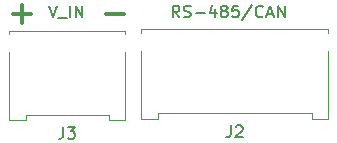
<source format=gbr>
%TF.GenerationSoftware,KiCad,Pcbnew,(6.0.1)*%
%TF.CreationDate,2022-06-01T15:25:36+03:00*%
%TF.ProjectId,Input Connector,496e7075-7420-4436-9f6e-6e6563746f72,rev?*%
%TF.SameCoordinates,Original*%
%TF.FileFunction,Legend,Top*%
%TF.FilePolarity,Positive*%
%FSLAX46Y46*%
G04 Gerber Fmt 4.6, Leading zero omitted, Abs format (unit mm)*
G04 Created by KiCad (PCBNEW (6.0.1)) date 2022-06-01 15:25:36*
%MOMM*%
%LPD*%
G01*
G04 APERTURE LIST*
%ADD10C,0.300000*%
%ADD11C,0.150000*%
%ADD12C,0.120000*%
G04 APERTURE END LIST*
D10*
X96774095Y-78374857D02*
X98297904Y-78374857D01*
X88900095Y-78374857D02*
X90423904Y-78374857D01*
X89662000Y-79136761D02*
X89662000Y-77612952D01*
D11*
X102997523Y-78684380D02*
X102664190Y-78208190D01*
X102426095Y-78684380D02*
X102426095Y-77684380D01*
X102807047Y-77684380D01*
X102902285Y-77732000D01*
X102949904Y-77779619D01*
X102997523Y-77874857D01*
X102997523Y-78017714D01*
X102949904Y-78112952D01*
X102902285Y-78160571D01*
X102807047Y-78208190D01*
X102426095Y-78208190D01*
X103378476Y-78636761D02*
X103521333Y-78684380D01*
X103759428Y-78684380D01*
X103854666Y-78636761D01*
X103902285Y-78589142D01*
X103949904Y-78493904D01*
X103949904Y-78398666D01*
X103902285Y-78303428D01*
X103854666Y-78255809D01*
X103759428Y-78208190D01*
X103568952Y-78160571D01*
X103473714Y-78112952D01*
X103426095Y-78065333D01*
X103378476Y-77970095D01*
X103378476Y-77874857D01*
X103426095Y-77779619D01*
X103473714Y-77732000D01*
X103568952Y-77684380D01*
X103807047Y-77684380D01*
X103949904Y-77732000D01*
X104378476Y-78303428D02*
X105140380Y-78303428D01*
X106045142Y-78017714D02*
X106045142Y-78684380D01*
X105807047Y-77636761D02*
X105568952Y-78351047D01*
X106188000Y-78351047D01*
X106711809Y-78112952D02*
X106616571Y-78065333D01*
X106568952Y-78017714D01*
X106521333Y-77922476D01*
X106521333Y-77874857D01*
X106568952Y-77779619D01*
X106616571Y-77732000D01*
X106711809Y-77684380D01*
X106902285Y-77684380D01*
X106997523Y-77732000D01*
X107045142Y-77779619D01*
X107092761Y-77874857D01*
X107092761Y-77922476D01*
X107045142Y-78017714D01*
X106997523Y-78065333D01*
X106902285Y-78112952D01*
X106711809Y-78112952D01*
X106616571Y-78160571D01*
X106568952Y-78208190D01*
X106521333Y-78303428D01*
X106521333Y-78493904D01*
X106568952Y-78589142D01*
X106616571Y-78636761D01*
X106711809Y-78684380D01*
X106902285Y-78684380D01*
X106997523Y-78636761D01*
X107045142Y-78589142D01*
X107092761Y-78493904D01*
X107092761Y-78303428D01*
X107045142Y-78208190D01*
X106997523Y-78160571D01*
X106902285Y-78112952D01*
X107997523Y-77684380D02*
X107521333Y-77684380D01*
X107473714Y-78160571D01*
X107521333Y-78112952D01*
X107616571Y-78065333D01*
X107854666Y-78065333D01*
X107949904Y-78112952D01*
X107997523Y-78160571D01*
X108045142Y-78255809D01*
X108045142Y-78493904D01*
X107997523Y-78589142D01*
X107949904Y-78636761D01*
X107854666Y-78684380D01*
X107616571Y-78684380D01*
X107521333Y-78636761D01*
X107473714Y-78589142D01*
X109188000Y-77636761D02*
X108330857Y-78922476D01*
X110092761Y-78589142D02*
X110045142Y-78636761D01*
X109902285Y-78684380D01*
X109807047Y-78684380D01*
X109664190Y-78636761D01*
X109568952Y-78541523D01*
X109521333Y-78446285D01*
X109473714Y-78255809D01*
X109473714Y-78112952D01*
X109521333Y-77922476D01*
X109568952Y-77827238D01*
X109664190Y-77732000D01*
X109807047Y-77684380D01*
X109902285Y-77684380D01*
X110045142Y-77732000D01*
X110092761Y-77779619D01*
X110473714Y-78398666D02*
X110949904Y-78398666D01*
X110378476Y-78684380D02*
X110711809Y-77684380D01*
X111045142Y-78684380D01*
X111378476Y-78684380D02*
X111378476Y-77684380D01*
X111949904Y-78684380D01*
X111949904Y-77684380D01*
X91995809Y-77684380D02*
X92329142Y-78684380D01*
X92662476Y-77684380D01*
X92757714Y-78779619D02*
X93519619Y-78779619D01*
X93757714Y-78684380D02*
X93757714Y-77684380D01*
X94233904Y-78684380D02*
X94233904Y-77684380D01*
X94805333Y-78684380D01*
X94805333Y-77684380D01*
%TO.C,J3*%
X93162666Y-87958380D02*
X93162666Y-88672666D01*
X93115047Y-88815523D01*
X93019809Y-88910761D01*
X92876952Y-88958380D01*
X92781714Y-88958380D01*
X93543619Y-87958380D02*
X94162666Y-87958380D01*
X93829333Y-88339333D01*
X93972190Y-88339333D01*
X94067428Y-88386952D01*
X94115047Y-88434571D01*
X94162666Y-88529809D01*
X94162666Y-88767904D01*
X94115047Y-88863142D01*
X94067428Y-88910761D01*
X93972190Y-88958380D01*
X93686476Y-88958380D01*
X93591238Y-88910761D01*
X93543619Y-88863142D01*
%TO.C,J2*%
X107362666Y-87841380D02*
X107362666Y-88555666D01*
X107315047Y-88698523D01*
X107219809Y-88793761D01*
X107076952Y-88841380D01*
X106981714Y-88841380D01*
X107791238Y-87936619D02*
X107838857Y-87889000D01*
X107934095Y-87841380D01*
X108172190Y-87841380D01*
X108267428Y-87889000D01*
X108315047Y-87936619D01*
X108362666Y-88031857D01*
X108362666Y-88127095D01*
X108315047Y-88269952D01*
X107743619Y-88841380D01*
X108362666Y-88841380D01*
D12*
%TO.C,J3*%
X98431000Y-81656000D02*
X98431000Y-87416000D01*
X89981000Y-87416000D02*
X88561000Y-87416000D01*
X97011000Y-86916000D02*
X89981000Y-86916000D01*
X88561000Y-79826000D02*
X88561000Y-80136000D01*
X88561000Y-87416000D02*
X88561000Y-81656000D01*
X97011000Y-87416000D02*
X97011000Y-86916000D01*
X98431000Y-80136000D02*
X98431000Y-79826000D01*
X98431000Y-79826000D02*
X88561000Y-79826000D01*
X89981000Y-86916000D02*
X89981000Y-87416000D01*
X98431000Y-87416000D02*
X97011000Y-87416000D01*
%TO.C,J2*%
X115631000Y-81539000D02*
X115631000Y-87299000D01*
X114211000Y-87299000D02*
X114211000Y-86799000D01*
X99761000Y-79709000D02*
X99761000Y-80019000D01*
X101181000Y-87299000D02*
X99761000Y-87299000D01*
X115631000Y-80019000D02*
X115631000Y-79709000D01*
X114211000Y-86799000D02*
X101181000Y-86799000D01*
X115631000Y-87299000D02*
X114211000Y-87299000D01*
X115631000Y-79709000D02*
X99761000Y-79709000D01*
X99761000Y-87299000D02*
X99761000Y-81539000D01*
X101181000Y-86799000D02*
X101181000Y-87299000D01*
%TD*%
M02*

</source>
